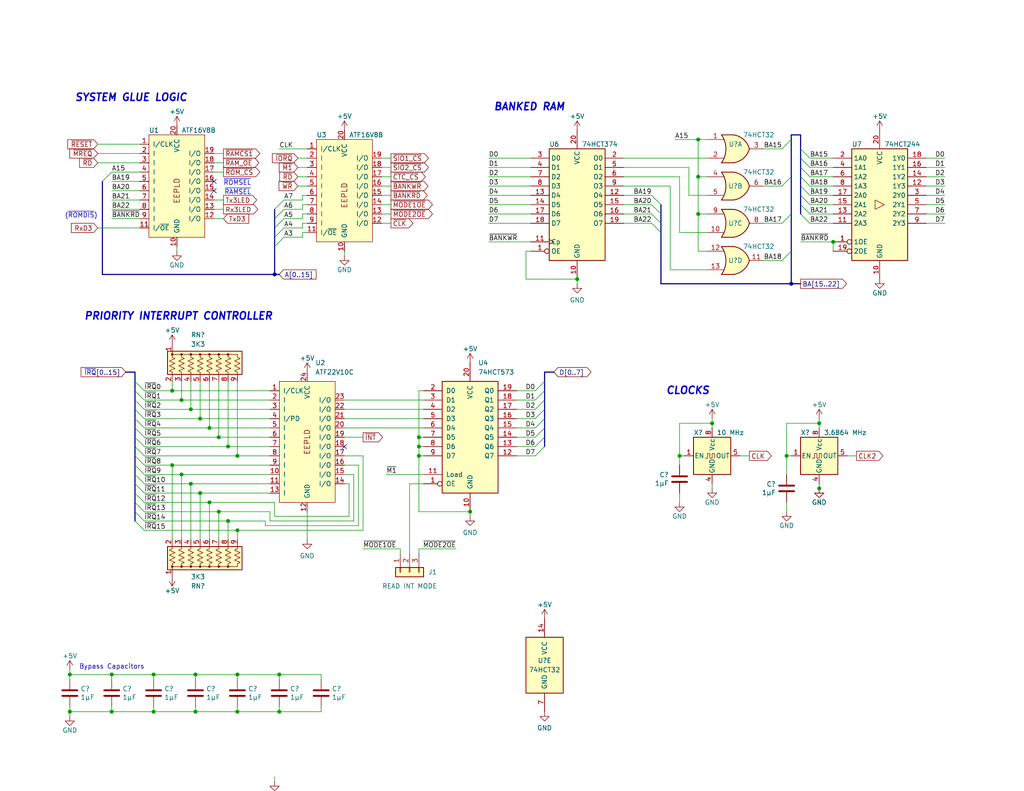
<source format=kicad_sch>
(kicad_sch (version 20230121) (generator eeschema)
  (paper "USLetter")
  (title_block (date "2023-08-27") (rev "2") (company "Frédéric Segard") (comment 1 "@microhobbyist") (comment 4 "Thank you to John Winans for his inspiration, as well as Grant Searle and Sergey Kiselev"))
  (junction (at 41.91 184.15))
  (junction (at 52.07 132.08))
  (junction (at 30.48 194.31))
  (junction (at 57.15 116.84))
  (junction (at 41.91 194.31))
  (junction (at 46.99 127))
  (junction (at 54.61 114.3))
  (junction (at 214.63 124.46))
  (junction (at 190.5 48.26))
  (junction (at 57.15 137.16))
  (junction (at 64.77 124.46))
  (junction (at 185.42 124.46))
  (junction (at 157.48 76.2))
  (junction (at 114.3 119.38))
  (junction (at 64.77 184.15))
  (junction (at 114.3 121.92))
  (junction (at 30.48 184.15))
  (junction (at 46.99 106.68))
  (junction (at 128.27 139.7))
  (junction (at 19.05 194.31))
  (junction (at 52.07 111.76))
  (junction (at 194.31 115.57))
  (junction (at 76.2 194.31))
  (junction (at 190.5 58.42))
  (junction (at 53.34 194.31))
  (junction (at 64.77 144.78))
  (junction (at 53.34 184.15))
  (junction (at 64.77 194.31))
  (junction (at 49.53 129.54))
  (junction (at 59.69 119.38))
  (junction (at 74.93 74.93))
  (junction (at 62.23 121.92))
  (junction (at 223.52 115.57))
  (junction (at 223.52 133.35))
  (junction (at 59.69 139.7))
  (junction (at 215.9 77.47))
  (junction (at 114.3 124.46))
  (junction (at 227.33 66.04))
  (junction (at 19.05 184.15))
  (junction (at 54.61 134.62))
  (junction (at 49.53 109.22))
  (junction (at 76.2 184.15))
  (junction (at 190.5 38.1))
  (junction (at 62.23 142.24))
  (no_connect (at 93.98 121.92))
  (no_connect (at 58.42 52.07))
  (no_connect (at 58.42 49.53))
  (bus_entry (at 177.8 58.42) (size 2.54 2.54))
  (bus_entry (at 146.05 106.68) (size 2.54 -2.54))
  (bus_entry (at 36.83 129.54) (size 2.54 2.54))
  (bus_entry (at 146.05 109.22) (size 2.54 -2.54))
  (bus_entry (at 146.05 121.92) (size 2.54 -2.54))
  (bus_entry (at 177.8 60.96) (size 2.54 2.54))
  (bus_entry (at 218.44 58.42) (size 2.54 2.54))
  (bus_entry (at 74.93 62.23) (size 2.54 -2.54))
  (bus_entry (at 146.05 124.46) (size 2.54 -2.54))
  (bus_entry (at 36.83 119.38) (size 2.54 2.54))
  (bus_entry (at 218.44 43.18) (size 2.54 2.54))
  (bus_entry (at 36.83 106.68) (size 2.54 2.54))
  (bus_entry (at 36.83 124.46) (size 2.54 2.54))
  (bus_entry (at 146.05 111.76) (size 2.54 -2.54))
  (bus_entry (at 36.83 121.92) (size 2.54 2.54))
  (bus_entry (at 36.83 139.7) (size 2.54 2.54))
  (bus_entry (at 218.44 55.88) (size 2.54 2.54))
  (bus_entry (at 213.36 71.12) (size 2.54 -2.54))
  (bus_entry (at 218.44 50.8) (size 2.54 2.54))
  (bus_entry (at 36.83 109.22) (size 2.54 2.54))
  (bus_entry (at 36.83 137.16) (size 2.54 2.54))
  (bus_entry (at 218.44 45.72) (size 2.54 2.54))
  (bus_entry (at 36.83 132.08) (size 2.54 2.54))
  (bus_entry (at 74.93 59.69) (size 2.54 -2.54))
  (bus_entry (at 27.94 49.53) (size 2.54 -2.54))
  (bus_entry (at 218.44 48.26) (size 2.54 2.54))
  (bus_entry (at 36.83 127) (size 2.54 2.54))
  (bus_entry (at 213.36 60.96) (size 2.54 -2.54))
  (bus_entry (at 218.44 40.64) (size 2.54 2.54))
  (bus_entry (at 146.05 119.38) (size 2.54 -2.54))
  (bus_entry (at 213.36 50.8) (size 2.54 -2.54))
  (bus_entry (at 213.36 40.64) (size 2.54 -2.54))
  (bus_entry (at 74.93 67.31) (size 2.54 -2.54))
  (bus_entry (at 36.83 104.14) (size 2.54 2.54))
  (bus_entry (at 36.83 142.24) (size 2.54 2.54))
  (bus_entry (at 74.93 57.15) (size 2.54 -2.54))
  (bus_entry (at 177.8 53.34) (size 2.54 2.54))
  (bus_entry (at 36.83 114.3) (size 2.54 2.54))
  (bus_entry (at 146.05 116.84) (size 2.54 -2.54))
  (bus_entry (at 146.05 114.3) (size 2.54 -2.54))
  (bus_entry (at 36.83 111.76) (size 2.54 2.54))
  (bus_entry (at 177.8 55.88) (size 2.54 2.54))
  (bus_entry (at 218.44 53.34) (size 2.54 2.54))
  (bus_entry (at 74.93 64.77) (size 2.54 -2.54))
  (bus_entry (at 36.83 116.84) (size 2.54 2.54))
  (bus_entry (at 36.83 134.62) (size 2.54 2.54))
  (wire (pts (xy 64.77 184.15) (xy 76.2 184.15)))
  (wire (pts (xy 223.52 114.3) (xy 223.52 115.57)))
  (wire (pts (xy 41.91 184.15) (xy 30.48 184.15)))
  (wire (pts (xy 81.28 50.8) (xy 83.82 50.8)))
  (bus (pts (xy 36.83 137.16) (xy 36.83 139.7)))
  (wire (pts (xy 52.07 104.14) (xy 52.07 111.76)))
  (wire (pts (xy 114.3 121.92) (xy 115.57 121.92)))
  (wire (pts (xy 133.35 66.04) (xy 144.78 66.04)))
  (wire (pts (xy 87.63 185.42) (xy 87.63 184.15)))
  (wire (pts (xy 30.48 52.07) (xy 38.1 52.07)))
  (wire (pts (xy 39.37 142.24) (xy 62.23 142.24)))
  (bus (pts (xy 36.83 134.62) (xy 36.83 137.16)))
  (wire (pts (xy 182.88 73.66) (xy 182.88 50.8)))
  (wire (pts (xy 53.34 193.04) (xy 53.34 194.31)))
  (wire (pts (xy 76.2 184.15) (xy 87.63 184.15)))
  (wire (pts (xy 83.82 139.7) (xy 83.82 147.32)))
  (wire (pts (xy 59.69 139.7) (xy 59.69 147.32)))
  (wire (pts (xy 257.81 45.72) (xy 252.73 45.72)))
  (bus (pts (xy 218.44 45.72) (xy 218.44 43.18)))
  (wire (pts (xy 109.22 149.86) (xy 99.06 149.86)))
  (wire (pts (xy 46.99 147.32) (xy 46.99 127)))
  (wire (pts (xy 39.37 139.7) (xy 59.69 139.7)))
  (wire (pts (xy 26.67 39.37) (xy 38.1 39.37)))
  (wire (pts (xy 82.55 60.96) (xy 82.55 62.23)))
  (wire (pts (xy 194.31 133.35) (xy 194.31 132.08)))
  (wire (pts (xy 48.26 68.58) (xy 48.26 67.31)))
  (wire (pts (xy 39.37 127) (xy 46.99 127)))
  (wire (pts (xy 76.2 193.04) (xy 76.2 194.31)))
  (wire (pts (xy 93.98 114.3) (xy 115.57 114.3)))
  (wire (pts (xy 96.52 129.54) (xy 93.98 129.54)))
  (bus (pts (xy 180.34 55.88) (xy 180.34 58.42)))
  (wire (pts (xy 30.48 194.31) (xy 41.91 194.31)))
  (wire (pts (xy 133.35 60.96) (xy 144.78 60.96)))
  (bus (pts (xy 74.93 67.31) (xy 74.93 74.93)))
  (wire (pts (xy 170.18 45.72) (xy 187.96 45.72)))
  (wire (pts (xy 194.31 115.57) (xy 185.42 115.57)))
  (bus (pts (xy 74.93 62.23) (xy 74.93 64.77)))
  (bus (pts (xy 218.44 48.26) (xy 218.44 45.72)))
  (wire (pts (xy 220.98 53.34) (xy 227.33 53.34)))
  (wire (pts (xy 218.44 66.04) (xy 227.33 66.04)))
  (wire (pts (xy 190.5 48.26) (xy 190.5 38.1)))
  (wire (pts (xy 208.28 40.64) (xy 213.36 40.64)))
  (wire (pts (xy 220.98 43.18) (xy 227.33 43.18)))
  (bus (pts (xy 218.44 36.83) (xy 215.9 36.83)))
  (wire (pts (xy 115.57 106.68) (xy 114.3 106.68)))
  (wire (pts (xy 53.34 184.15) (xy 64.77 184.15)))
  (wire (pts (xy 72.39 142.24) (xy 72.39 143.51)))
  (bus (pts (xy 36.83 121.92) (xy 36.83 124.46)))
  (wire (pts (xy 93.98 119.38) (xy 99.06 119.38)))
  (bus (pts (xy 148.59 116.84) (xy 148.59 114.3)))
  (wire (pts (xy 53.34 194.31) (xy 64.77 194.31)))
  (bus (pts (xy 148.59 114.3) (xy 148.59 111.76)))
  (wire (pts (xy 223.52 133.35) (xy 223.52 132.08)))
  (wire (pts (xy 128.27 139.7) (xy 128.27 140.97)))
  (wire (pts (xy 62.23 142.24) (xy 62.23 147.32)))
  (wire (pts (xy 109.22 151.13) (xy 109.22 149.86)))
  (wire (pts (xy 26.67 41.91) (xy 38.1 41.91)))
  (bus (pts (xy 148.59 121.92) (xy 148.59 119.38)))
  (wire (pts (xy 82.55 55.88) (xy 83.82 55.88)))
  (wire (pts (xy 190.5 48.26) (xy 193.04 48.26)))
  (wire (pts (xy 19.05 194.31) (xy 30.48 194.31)))
  (wire (pts (xy 111.76 132.08) (xy 111.76 151.13)))
  (wire (pts (xy 49.53 109.22) (xy 73.66 109.22)))
  (wire (pts (xy 49.53 129.54) (xy 73.66 129.54)))
  (wire (pts (xy 185.42 48.26) (xy 185.42 63.5)))
  (wire (pts (xy 39.37 114.3) (xy 54.61 114.3)))
  (wire (pts (xy 26.67 44.45) (xy 38.1 44.45)))
  (bus (pts (xy 180.34 63.5) (xy 180.34 77.47)))
  (wire (pts (xy 82.55 63.5) (xy 83.82 63.5)))
  (wire (pts (xy 87.63 193.04) (xy 87.63 194.31)))
  (wire (pts (xy 39.37 137.16) (xy 57.15 137.16)))
  (wire (pts (xy 38.1 59.69) (xy 30.48 59.69)))
  (wire (pts (xy 114.3 124.46) (xy 114.3 139.7)))
  (wire (pts (xy 143.51 68.58) (xy 143.51 76.2)))
  (wire (pts (xy 52.07 132.08) (xy 52.07 147.32)))
  (wire (pts (xy 59.69 139.7) (xy 73.66 139.7)))
  (wire (pts (xy 157.48 76.2) (xy 157.48 77.47)))
  (bus (pts (xy 36.83 129.54) (xy 36.83 132.08)))
  (bus (pts (xy 148.59 109.22) (xy 148.59 106.68)))
  (wire (pts (xy 30.48 54.61) (xy 38.1 54.61)))
  (bus (pts (xy 218.44 40.64) (xy 218.44 36.83)))
  (wire (pts (xy 81.28 48.26) (xy 83.82 48.26)))
  (wire (pts (xy 257.81 60.96) (xy 252.73 60.96)))
  (wire (pts (xy 19.05 182.88) (xy 19.05 184.15)))
  (wire (pts (xy 182.88 50.8) (xy 170.18 50.8)))
  (wire (pts (xy 93.98 109.22) (xy 115.57 109.22)))
  (bus (pts (xy 36.83 109.22) (xy 36.83 106.68)))
  (wire (pts (xy 96.52 142.24) (xy 96.52 129.54)))
  (wire (pts (xy 114.3 106.68) (xy 114.3 119.38)))
  (bus (pts (xy 36.83 116.84) (xy 36.83 114.3)))
  (wire (pts (xy 64.77 144.78) (xy 99.06 144.78)))
  (wire (pts (xy 106.68 48.26) (xy 104.14 48.26)))
  (bus (pts (xy 215.9 38.1) (xy 215.9 48.26)))
  (wire (pts (xy 97.79 127) (xy 93.98 127)))
  (wire (pts (xy 133.35 43.18) (xy 144.78 43.18)))
  (wire (pts (xy 39.37 121.92) (xy 62.23 121.92)))
  (wire (pts (xy 170.18 48.26) (xy 185.42 48.26)))
  (bus (pts (xy 180.34 77.47) (xy 215.9 77.47)))
  (wire (pts (xy 190.5 38.1) (xy 193.04 38.1)))
  (wire (pts (xy 39.37 109.22) (xy 49.53 109.22)))
  (wire (pts (xy 185.42 124.46) (xy 185.42 127)))
  (wire (pts (xy 214.63 115.57) (xy 214.63 124.46)))
  (wire (pts (xy 193.04 68.58) (xy 190.5 68.58)))
  (wire (pts (xy 257.81 43.18) (xy 252.73 43.18)))
  (wire (pts (xy 170.18 53.34) (xy 177.8 53.34)))
  (bus (pts (xy 218.44 50.8) (xy 218.44 48.26)))
  (wire (pts (xy 77.47 64.77) (xy 82.55 64.77)))
  (wire (pts (xy 185.42 115.57) (xy 185.42 124.46)))
  (wire (pts (xy 39.37 134.62) (xy 54.61 134.62)))
  (wire (pts (xy 81.28 45.72) (xy 83.82 45.72)))
  (wire (pts (xy 19.05 193.04) (xy 19.05 194.31)))
  (wire (pts (xy 58.42 54.61) (xy 60.96 54.61)))
  (wire (pts (xy 59.69 104.14) (xy 59.69 119.38)))
  (wire (pts (xy 76.2 194.31) (xy 87.63 194.31)))
  (wire (pts (xy 64.77 104.14) (xy 64.77 124.46)))
  (wire (pts (xy 104.14 53.34) (xy 106.68 53.34)))
  (bus (pts (xy 74.93 57.15) (xy 74.93 59.69)))
  (wire (pts (xy 39.37 144.78) (xy 64.77 144.78)))
  (wire (pts (xy 99.06 124.46) (xy 93.98 124.46)))
  (wire (pts (xy 144.78 68.58) (xy 143.51 68.58)))
  (wire (pts (xy 140.97 121.92) (xy 146.05 121.92)))
  (bus (pts (xy 148.59 106.68) (xy 148.59 104.14)))
  (wire (pts (xy 220.98 60.96) (xy 227.33 60.96)))
  (bus (pts (xy 36.83 132.08) (xy 36.83 134.62)))
  (wire (pts (xy 30.48 184.15) (xy 19.05 184.15)))
  (bus (pts (xy 180.34 58.42) (xy 180.34 60.96)))
  (bus (pts (xy 36.83 111.76) (xy 36.83 109.22)))
  (wire (pts (xy 104.14 58.42) (xy 106.68 58.42)))
  (wire (pts (xy 214.63 139.7) (xy 214.63 137.16)))
  (bus (pts (xy 36.83 124.46) (xy 36.83 127)))
  (wire (pts (xy 58.42 57.15) (xy 60.96 57.15)))
  (wire (pts (xy 26.67 62.23) (xy 38.1 62.23)))
  (wire (pts (xy 114.3 119.38) (xy 114.3 121.92)))
  (bus (pts (xy 36.83 106.68) (xy 36.83 104.14)))
  (bus (pts (xy 148.59 111.76) (xy 148.59 109.22)))
  (bus (pts (xy 180.34 60.96) (xy 180.34 63.5)))
  (wire (pts (xy 93.98 111.76) (xy 115.57 111.76)))
  (wire (pts (xy 77.47 62.23) (xy 82.55 62.23)))
  (wire (pts (xy 64.77 144.78) (xy 64.77 147.32)))
  (bus (pts (xy 218.44 55.88) (xy 218.44 53.34)))
  (wire (pts (xy 30.48 185.42) (xy 30.48 184.15)))
  (wire (pts (xy 53.34 185.42) (xy 53.34 184.15)))
  (wire (pts (xy 140.97 116.84) (xy 146.05 116.84)))
  (wire (pts (xy 185.42 124.46) (xy 186.69 124.46)))
  (bus (pts (xy 215.9 68.58) (xy 215.9 58.42)))
  (bus (pts (xy 215.9 77.47) (xy 215.9 68.58)))
  (wire (pts (xy 208.28 50.8) (xy 213.36 50.8)))
  (wire (pts (xy 220.98 55.88) (xy 227.33 55.88)))
  (wire (pts (xy 49.53 104.14) (xy 49.53 109.22)))
  (wire (pts (xy 82.55 55.88) (xy 82.55 57.15)))
  (wire (pts (xy 106.68 50.8) (xy 104.14 50.8)))
  (bus (pts (xy 148.59 104.14) (xy 148.59 101.6)))
  (wire (pts (xy 133.35 48.26) (xy 144.78 48.26)))
  (wire (pts (xy 81.28 43.18) (xy 83.82 43.18)))
  (wire (pts (xy 220.98 50.8) (xy 227.33 50.8)))
  (wire (pts (xy 39.37 129.54) (xy 49.53 129.54)))
  (wire (pts (xy 114.3 139.7) (xy 128.27 139.7)))
  (wire (pts (xy 170.18 60.96) (xy 177.8 60.96)))
  (wire (pts (xy 106.68 43.18) (xy 104.14 43.18)))
  (wire (pts (xy 54.61 134.62) (xy 54.61 147.32)))
  (wire (pts (xy 257.81 55.88) (xy 252.73 55.88)))
  (bus (pts (xy 34.29 101.6) (xy 36.83 101.6)))
  (wire (pts (xy 19.05 184.15) (xy 19.05 185.42)))
  (wire (pts (xy 60.96 41.91) (xy 58.42 41.91)))
  (wire (pts (xy 223.52 115.57) (xy 214.63 115.57)))
  (wire (pts (xy 214.63 124.46) (xy 214.63 129.54)))
  (wire (pts (xy 93.98 69.85) (xy 93.98 68.58)))
  (wire (pts (xy 54.61 134.62) (xy 73.66 134.62)))
  (bus (pts (xy 148.59 101.6) (xy 151.13 101.6)))
  (bus (pts (xy 218.44 53.34) (xy 218.44 50.8)))
  (wire (pts (xy 184.15 38.1) (xy 190.5 38.1)))
  (wire (pts (xy 57.15 104.14) (xy 57.15 116.84)))
  (wire (pts (xy 72.39 143.51) (xy 97.79 143.51)))
  (bus (pts (xy 27.94 49.53) (xy 27.94 74.93)))
  (wire (pts (xy 30.48 193.04) (xy 30.48 194.31)))
  (wire (pts (xy 140.97 109.22) (xy 146.05 109.22)))
  (bus (pts (xy 215.9 77.47) (xy 218.44 77.47)))
  (wire (pts (xy 114.3 149.86) (xy 124.46 149.86)))
  (wire (pts (xy 95.25 140.97) (xy 95.25 132.08)))
  (wire (pts (xy 93.98 116.84) (xy 115.57 116.84)))
  (wire (pts (xy 257.81 58.42) (xy 252.73 58.42)))
  (wire (pts (xy 74.93 137.16) (xy 74.93 140.97)))
  (wire (pts (xy 97.79 143.51) (xy 97.79 127)))
  (wire (pts (xy 54.61 104.14) (xy 54.61 114.3)))
  (wire (pts (xy 190.5 58.42) (xy 190.5 48.26)))
  (wire (pts (xy 114.3 151.13) (xy 114.3 149.86)))
  (wire (pts (xy 170.18 55.88) (xy 177.8 55.88)))
  (wire (pts (xy 114.3 121.92) (xy 114.3 124.46)))
  (wire (pts (xy 54.61 114.3) (xy 73.66 114.3)))
  (wire (pts (xy 73.66 142.24) (xy 96.52 142.24)))
  (bus (pts (xy 74.93 59.69) (xy 74.93 62.23)))
  (bus (pts (xy 36.83 104.14) (xy 36.83 101.6)))
  (wire (pts (xy 187.96 53.34) (xy 193.04 53.34)))
  (wire (pts (xy 41.91 194.31) (xy 53.34 194.31)))
  (wire (pts (xy 39.37 119.38) (xy 59.69 119.38)))
  (wire (pts (xy 64.77 193.04) (xy 64.77 194.31)))
  (wire (pts (xy 105.41 129.54) (xy 115.57 129.54)))
  (wire (pts (xy 114.3 119.38) (xy 115.57 119.38)))
  (wire (pts (xy 194.31 114.3) (xy 194.31 115.57)))
  (wire (pts (xy 227.33 68.58) (xy 227.33 66.04)))
  (wire (pts (xy 49.53 129.54) (xy 49.53 147.32)))
  (wire (pts (xy 77.47 57.15) (xy 82.55 57.15)))
  (wire (pts (xy 30.48 46.99) (xy 38.1 46.99)))
  (bus (pts (xy 215.9 58.42) (xy 215.9 48.26)))
  (wire (pts (xy 62.23 142.24) (xy 72.39 142.24)))
  (wire (pts (xy 220.98 48.26) (xy 227.33 48.26)))
  (wire (pts (xy 190.5 58.42) (xy 193.04 58.42)))
  (wire (pts (xy 64.77 185.42) (xy 64.77 184.15)))
  (wire (pts (xy 39.37 106.68) (xy 46.99 106.68)))
  (wire (pts (xy 41.91 185.42) (xy 41.91 184.15)))
  (wire (pts (xy 19.05 194.31) (xy 19.05 195.58)))
  (wire (pts (xy 52.07 132.08) (xy 73.66 132.08)))
  (wire (pts (xy 82.55 53.34) (xy 82.55 54.61)))
  (wire (pts (xy 257.81 50.8) (xy 252.73 50.8)))
  (bus (pts (xy 148.59 119.38) (xy 148.59 116.84)))
  (wire (pts (xy 52.07 111.76) (xy 73.66 111.76)))
  (bus (pts (xy 27.94 74.93) (xy 74.93 74.93)))
  (wire (pts (xy 231.14 124.46) (xy 233.68 124.46)))
  (wire (pts (xy 106.68 45.72) (xy 104.14 45.72)))
  (wire (pts (xy 64.77 194.31) (xy 76.2 194.31)))
  (wire (pts (xy 185.42 137.16) (xy 185.42 134.62)))
  (wire (pts (xy 252.73 53.34) (xy 257.81 53.34)))
  (wire (pts (xy 208.28 60.96) (xy 213.36 60.96)))
  (wire (pts (xy 60.96 46.99) (xy 58.42 46.99)))
  (wire (pts (xy 111.76 132.08) (xy 115.57 132.08)))
  (wire (pts (xy 193.04 73.66) (xy 182.88 73.66)))
  (wire (pts (xy 41.91 184.15) (xy 53.34 184.15)))
  (wire (pts (xy 57.15 137.16) (xy 74.93 137.16)))
  (wire (pts (xy 41.91 193.04) (xy 41.91 194.31)))
  (wire (pts (xy 39.37 116.84) (xy 57.15 116.84)))
  (wire (pts (xy 60.96 59.69) (xy 58.42 59.69)))
  (bus (pts (xy 36.83 121.92) (xy 36.83 119.38)))
  (wire (pts (xy 223.52 115.57) (xy 223.52 116.84)))
  (wire (pts (xy 82.55 58.42) (xy 82.55 59.69)))
  (wire (pts (xy 194.31 115.57) (xy 194.31 116.84)))
  (wire (pts (xy 39.37 124.46) (xy 64.77 124.46)))
  (wire (pts (xy 99.06 144.78) (xy 99.06 124.46)))
  (wire (pts (xy 74.93 140.97) (xy 95.25 140.97)))
  (wire (pts (xy 185.42 63.5) (xy 193.04 63.5)))
  (bus (pts (xy 36.83 139.7) (xy 36.83 142.24)))
  (wire (pts (xy 74.93 213.36) (xy 74.93 212.09)))
  (bus (pts (xy 36.83 127) (xy 36.83 129.54)))
  (wire (pts (xy 64.77 124.46) (xy 73.66 124.46)))
  (wire (pts (xy 59.69 119.38) (xy 73.66 119.38)))
  (wire (pts (xy 140.97 106.68) (xy 146.05 106.68)))
  (wire (pts (xy 214.63 124.46) (xy 215.9 124.46)))
  (wire (pts (xy 170.18 58.42) (xy 177.8 58.42)))
  (wire (pts (xy 62.23 104.14) (xy 62.23 121.92)))
  (wire (pts (xy 82.55 53.34) (xy 83.82 53.34)))
  (bus (pts (xy 36.83 114.3) (xy 36.83 111.76)))
  (wire (pts (xy 62.23 121.92) (xy 73.66 121.92)))
  (wire (pts (xy 95.25 132.08) (xy 93.98 132.08)))
  (wire (pts (xy 76.2 40.64) (xy 83.82 40.64)))
  (wire (pts (xy 133.35 58.42) (xy 144.78 58.42)))
  (wire (pts (xy 57.15 137.16) (xy 57.15 147.32)))
  (wire (pts (xy 46.99 106.68) (xy 73.66 106.68)))
  (bus (pts (xy 74.93 64.77) (xy 74.93 67.31)))
  (wire (pts (xy 140.97 119.38) (xy 146.05 119.38)))
  (wire (pts (xy 144.78 53.34) (xy 133.35 53.34)))
  (wire (pts (xy 114.3 124.46) (xy 115.57 124.46)))
  (bus (pts (xy 74.93 74.93) (xy 76.2 74.93)))
  (wire (pts (xy 104.14 55.88) (xy 106.68 55.88)))
  (wire (pts (xy 220.98 45.72) (xy 227.33 45.72)))
  (wire (pts (xy 82.55 58.42) (xy 83.82 58.42)))
  (wire (pts (xy 133.35 55.88) (xy 144.78 55.88)))
  (wire (pts (xy 140.97 111.76) (xy 146.05 111.76)))
  (wire (pts (xy 143.51 76.2) (xy 157.48 76.2)))
  (wire (pts (xy 60.96 44.45) (xy 58.42 44.45)))
  (wire (pts (xy 82.55 63.5) (xy 82.55 64.77)))
  (bus (pts (xy 36.83 119.38) (xy 36.83 116.84)))
  (wire (pts (xy 46.99 104.14) (xy 46.99 106.68)))
  (wire (pts (xy 140.97 124.46) (xy 146.05 124.46)))
  (wire (pts (xy 201.93 124.46) (xy 204.47 124.46)))
  (wire (pts (xy 140.97 114.3) (xy 146.05 114.3)))
  (wire (pts (xy 39.37 111.76) (xy 52.07 111.76)))
  (wire (pts (xy 46.99 127) (xy 73.66 127)))
  (wire (pts (xy 82.55 60.96) (xy 83.82 60.96)))
  (wire (pts (xy 104.14 60.96) (xy 106.68 60.96)))
  (wire (pts (xy 133.35 45.72) (xy 144.78 45.72)))
  (wire (pts (xy 257.81 48.26) (xy 252.73 48.26)))
  (wire (pts (xy 39.37 132.08) (xy 52.07 132.08)))
  (wire (pts (xy 57.15 116.84) (xy 73.66 116.84)))
  (wire (pts (xy 77.47 54.61) (xy 82.55 54.61)))
  (bus (pts (xy 215.9 36.83) (xy 215.9 38.1)))
  (wire (pts (xy 208.28 71.12) (xy 213.36 71.12)))
  (wire (pts (xy 30.48 49.53) (xy 38.1 49.53)))
  (wire (pts (xy 77.47 59.69) (xy 82.55 59.69)))
  (wire (pts (xy 73.66 139.7) (xy 73.66 142.24)))
  (bus (pts (xy 218.44 58.42) (xy 218.44 55.88)))
  (wire (pts (xy 133.35 50.8) (xy 144.78 50.8)))
  (bus (pts (xy 218.44 43.18) (xy 218.44 40.64)))
  (wire (pts (xy 76.2 185.42) (xy 76.2 184.15)))
  (wire (pts (xy 30.48 57.15) (xy 38.1 57.15)))
  (wire (pts (xy 187.96 45.72) (xy 187.96 53.34)))
  (wire (pts (xy 220.98 58.42) (xy 227.33 58.42)))
  (wire (pts (xy 190.5 68.58) (xy 190.5 58.42)))
  (wire (pts (xy 170.18 43.18) (xy 193.04 43.18)))
  (text "Bypass Capacitors" (at 21.59 182.88 0) (effects (font (size 1.27 1.27)) (justify left bottom)))
  (text "(~{ROMDIS})" (at 26.67 59.69 0) (effects (font (size 1.27 1.27)) (justify right bottom)))
  (text "BANKED RAM" (at 134.62 30.48 0) (effects (font (size 2 2) (thickness 0.4) bold italic) (justify left bottom)))
  (text "~{RAMSEL}" (at 68.58 53.34 0) (effects (font (size 1.27 1.27)) (justify right bottom)))
  (text "PRIORITY INTERRUPT CONTROLLER" (at 22.86 87.63 0) (effects (font (size 2 2) (thickness 0.4) bold italic) (justify left bottom)))
  (text "CLOCKS" (at 181.61 107.95 0) (effects (font (size 2 2) (thickness 0.4) bold italic) (justify left bottom)))
  (text "SYSTEM GLUE LOGIC" (at 20.32 27.94 0) (effects (font (size 2 2) (thickness 0.4) bold italic) (justify left bottom)))
  (text "~{ROMSEL}" (at 68.58 50.8 0) (effects (font (size 1.27 1.27)) (justify right bottom)))
  (label "D6" (at 257.81 58.42 180))
  (label "BA19" (at 177.8 53.34 180))
  (label "BA18" (at 213.36 71.12 180))
  (label "A4" (at 77.47 62.23 0))
  (label "~{IRQ}12" (at 39.37 137.16 0))
  (label "~{IRQ}2" (at 39.37 111.76 0))
  (label "BA19" (at 30.48 49.53 0))
  (label "BA16" (at 213.36 50.8 180))
  (label "D3" (at 257.81 50.8 180))
  (label "~{BANKRD}" (at 218.44 66.04 0))
  (label "~{BANKRD}" (at 30.48 59.69 0))
  (label "A15" (at 30.48 46.99 0))
  (label "D4" (at 257.81 53.34 180))
  (label "A7" (at 77.47 54.61 0))
  (label "BA22" (at 220.98 60.96 0))
  (label "~{MODE2OE}" (at 124.46 149.86 180))
  (label "D1" (at 146.05 109.22 180))
  (label "A6" (at 77.47 57.15 0))
  (label "~{IRQ}8" (at 39.37 127 0))
  (label "BA21" (at 220.98 58.42 0))
  (label "BA20" (at 177.8 55.88 180))
  (label "BA20" (at 220.98 55.88 0))
  (label "BA22" (at 30.48 57.15 0))
  (label "D0" (at 133.35 43.18 0))
  (label "D1" (at 133.35 45.72 0))
  (label "D6" (at 133.35 58.42 0))
  (label "D0" (at 146.05 106.68 180))
  (label "BA17" (at 220.98 48.26 0))
  (label "D2" (at 133.35 48.26 0))
  (label "BA21" (at 30.48 54.61 0))
  (label "D3" (at 146.05 114.3 180))
  (label "~{MODE1OE}" (at 99.06 149.86 0))
  (label "BA21" (at 177.8 58.42 180))
  (label "D5" (at 146.05 119.38 180))
  (label "~{IRQ}4" (at 39.37 116.84 0))
  (label "D5" (at 257.81 55.88 180))
  (label "~{IRQ}11" (at 39.37 134.62 0))
  (label "~{IRQ}7" (at 39.37 124.46 0))
  (label "D7" (at 146.05 124.46 180))
  (label "A15" (at 184.15 38.1 0))
  (label "D2" (at 146.05 111.76 180))
  (label "D4" (at 146.05 116.84 180))
  (label "CLK" (at 76.2 40.64 0))
  (label "D4" (at 133.35 53.34 0))
  (label "D3" (at 133.35 50.8 0))
  (label "~{M1}" (at 105.41 129.54 0))
  (label "D5" (at 133.35 55.88 0))
  (label "BA22" (at 177.8 60.96 180))
  (label "BA15" (at 213.36 40.64 180))
  (label "BA19" (at 220.98 53.34 0))
  (label "BA17" (at 213.36 60.96 180))
  (label "D7" (at 257.81 60.96 180))
  (label "~{BANKWR}" (at 133.35 66.04 0))
  (label "A3" (at 77.47 64.77 0))
  (label "BA16" (at 220.98 45.72 0))
  (label "~{IRQ}15" (at 39.37 144.78 0))
  (label "~{IRQ}14" (at 39.37 142.24 0))
  (label "A5" (at 77.47 59.69 0))
  (label "~{IRQ}1" (at 39.37 109.22 0))
  (label "~{IRQ}3" (at 39.37 114.3 0))
  (label "~{IRQ}0" (at 39.37 106.68 0))
  (label "~{IRQ}13" (at 39.37 139.7 0))
  (label "~{IRQ}10" (at 39.37 132.08 0))
  (label "D1" (at 257.81 45.72 180))
  (label "D2" (at 257.81 48.26 180))
  (label "D7" (at 133.35 60.96 0))
  (label "~{IRQ}6" (at 39.37 121.92 0))
  (label "BA18" (at 220.98 50.8 0))
  (label "~{IRQ}9" (at 39.37 129.54 0))
  (label "D6" (at 146.05 121.92 180))
  (label "D0" (at 257.81 43.18 180))
  (label "~{IRQ}5" (at 39.37 119.38 0))
  (label "BA15" (at 220.98 43.18 0))
  (label "BA20" (at 30.48 52.07 0))
  (global_label "~{MREQ}" (shape input) (at 26.67 41.91 180) (property "Intersheetrefs" "${INTERSHEET_REFS}" (effects hide)))
  (global_label "~{RD}" (shape input) (at 26.67 44.45 180) (property "Intersheetrefs" "${INTERSHEET_REFS}" (effects hide)))
  (global_label "~{WR}" (shape input) (at 81.28 50.8 180) (property "Intersheetrefs" "${INTERSHEET_REFS}" (effects hide)))
  (global_label "~{RAMCS1}" (shape output) (at 60.96 41.91 0) (property "Intersheetrefs" "${INTERSHEET_REFS}" (effects hide)))
  (global_label "~{MODE1OE}" (shape output) (at 106.68 55.88 0) (property "Intersheetrefs" "${INTERSHEET_REFS}" (effects hide)))
  (global_label "Tx3LED" (shape output) (at 60.96 54.61 0) (property "Intersheetrefs" "${INTERSHEET_REFS}" (effects hide)))
  (global_label "~{SIO1_CS}" (shape output) (at 106.68 43.18 0) (property "Intersheetrefs" "${INTERSHEET_REFS}" (effects hide)))
  (global_label "CLK2" (shape output) (at 233.68 124.46 0) (property "Intersheetrefs" "${INTERSHEET_REFS}" (effects hide)))
  (global_label "~{IORQ}" (shape input) (at 81.28 43.18 180) (property "Intersheetrefs" "${INTERSHEET_REFS}" (effects hide)))
  (global_label "~{RAM_OE}" (shape output) (at 60.96 44.45 0) (property "Intersheetrefs" "${INTERSHEET_REFS}" (effects hide)))
  (global_label "A[0..15]" (shape input) (at 76.2 74.93 0) (property "Intersheetrefs" "${INTERSHEET_REFS}" (effects hide)))
  (global_label "~{ROM_CS}" (shape output) (at 60.96 46.99 0) (property "Intersheetrefs" "${INTERSHEET_REFS}" (effects hide)))
  (global_label "~{BANKWR}" (shape output) (at 106.68 50.8 0) (property "Intersheetrefs" "${INTERSHEET_REFS}" (effects hide)))
  (global_label "~{CLK}" (shape output) (at 106.68 60.96 0) (property "Intersheetrefs" "${INTERSHEET_REFS}" (effects hide)))
  (global_label "BA[15..22]" (shape output) (at 218.44 77.47 0) (property "Intersheetrefs" "${INTERSHEET_REFS}" (effects hide)))
  (global_label "TxD3" (shape input) (at 60.96 59.69 0) (property "Intersheetrefs" "${INTERSHEET_REFS}" (effects hide)))
  (global_label "CLK" (shape output) (at 204.47 124.46 0) (property "Intersheetrefs" "${INTERSHEET_REFS}" (effects hide)))
  (global_label "D[0..7]" (shape bidirectional) (at 151.13 101.6 0) (property "Intersheetrefs" "${INTERSHEET_REFS}" (effects hide)))
  (global_label "RxD3" (shape input) (at 26.67 62.23 180) (property "Intersheetrefs" "${INTERSHEET_REFS}" (effects hide)))
  (global_label "Rx3LED" (shape output) (at 60.96 57.15 0) (property "Intersheetrefs" "${INTERSHEET_REFS}" (effects hide)))
  (global_label "~{MODE2OE}" (shape output) (at 106.68 58.42 0) (property "Intersheetrefs" "${INTERSHEET_REFS}" (effects hide)))
  (global_label "~{INT}" (shape output) (at 99.06 119.38 0) (property "Intersheetrefs" "${INTERSHEET_REFS}" (effects hide)))
  (global_label "~{IRQ}[0..15]" (shape input) (at 34.29 101.6 180) (property "Intersheetrefs" "${INTERSHEET_REFS}" (effects hide)))
  (global_label "~{M1}" (shape input) (at 81.28 45.72 180) (property "Intersheetrefs" "${INTERSHEET_REFS}" (effects hide)))
  (global_label "~{RESET}" (shape input) (at 26.67 39.37 180) (property "Intersheetrefs" "${INTERSHEET_REFS}" (effects hide)))
  (global_label "~{CTC_CS}" (shape output) (at 106.68 48.26 0) (property "Intersheetrefs" "${INTERSHEET_REFS}" (effects hide)))
  (global_label "~{BANKRD}" (shape output) (at 106.68 53.34 0) (property "Intersheetrefs" "${INTERSHEET_REFS}" (effects hide)))
  (global_label "~{RD}" (shape input) (at 81.28 48.26 180) (property "Intersheetrefs" "${INTERSHEET_REFS}" (effects hide)))
  (global_label "~{SIO2_CS}" (shape output) (at 106.68 45.72 0) (property "Intersheetrefs" "${INTERSHEET_REFS}" (effects hide)))
  (symbol (lib_id "74xx:74LS32") (at 200.66 40.64 0) (unit 1)
    (property "Reference" "U?" (at 200.66 39.37 0))
    (property "Value" "74HCT32" (at 207.01 36.83 0))
    (property "Footprint" "Package_DIP:DIP-14_W7.62mm_Socket" (effects hide))
    (property "Datasheet" "http://www.ti.com/lit/gpn/sn74LS32" (effects hide))
    (instances (project "1 - Main CPU board with basic peripherals (rev5)" (path "" (reference "U?") (unit 1))) (project "2 - CPU and core components (Rev 2)" (path "" (reference "U?") (unit 1)) (path "" (reference "U5") (unit 1))))
  )
  (symbol (lib_id "74xx:74LS32") (at 148.59 181.61 0) (unit 5)
    (property "Reference" "U?" (at 148.59 180.34 0))
    (property "Value" "74HCT32" (at 148.59 182.88 0))
    (property "Footprint" "Package_DIP:DIP-14_W7.62mm_Socket" (effects hide))
    (property "Datasheet" "http://www.ti.com/lit/gpn/sn74LS32" (effects hide))
    (instances (project "1 - Main CPU board with basic peripherals (rev5)" (path "" (reference "U?") (unit 5)) (path "" (reference "U?") (unit 5))) (project "2 - CPU and core components (Rev 2)" (path "" (reference "U?") (unit 5)) (path "" (reference "U5") (unit 5))))
  )
  (symbol (lib_id "74xx:74LS32") (at 200.66 60.96 0) (unit 3)
    (property "Reference" "U?" (at 200.66 60.96 0))
    (property "Value" "74HCT32" (at 207.01 57.15 0))
    (property "Footprint" "Package_DIP:DIP-14_W7.62mm_Socket" (effects hide))
    (property "Datasheet" "http://www.ti.com/lit/gpn/sn74LS32" (effects hide))
    (instances (project "1 - Main CPU board with basic peripherals (rev5)" (path "" (reference "U?") (unit 3))) (project "2 - CPU and core components (Rev 2)" (path "" (reference "U?") (unit 3)) (path "" (reference "U5") (unit 3))))
  )
  (symbol (lib_name "+5V_1") (lib_id "power:+5V") (at 128.27 99.06 0) (unit 1)
    (property "Reference" "#PWR?" (effects hide))
    (property "Value" "+5V" (at 128.27 95.25 0))
    (instances (project "1 - Main CPU board with basic peripherals (rev5)" (path "" (reference "#PWR?") (unit 1)) (path "" (reference "#PWR?") (unit 1))) (project "2 - CPU and core components (Rev 2)" (path "" (reference "#PWR?") (unit 1)) (path "" (reference "#PWR012") (unit 1))))
  )
  (symbol (lib_name "+5V_1") (lib_id "power:+5V") (at 19.05 182.88 0) (unit 1)
    (property "Reference" "#PWR?" (effects hide))
    (property "Value" "+5V" (at 19.05 179.07 0))
    (instances (project "1 - Main CPU board with basic peripherals (rev5)" (path "" (reference "#PWR?") (unit 1)) (path "" (reference "#PWR?") (unit 1))) (project "2 - CPU and memory card with the essential peripherals" (path "" (reference "#PWR?") (unit 1))) (project "3 - Quad Serial card v3" (path "" (reference "#PWR?") (unit 1)) (path "" (reference "#PWR?") (unit 1))) (project "2 - CPU and core components (Rev 2)" (path "" (reference "#PWR?") (unit 1)) (path "" (reference "#PWR01") (unit 1))))
  )
  (symbol (lib_name "GND_2") (lib_id "power:GND") (at 194.31 133.35 0) (unit 1)
    (property "Reference" "#PWR?" (effects hide))
    (property "Value" "GND" (at 194.31 137.16 0))
    (instances (project "1 - Main CPU board with basic peripherals (rev5)" (path "" (reference "#PWR?") (unit 1))) (project "1 - ATX 16 bit ISA passive backplane" (path "" (reference "#PWR?") (unit 1))) (project "2 - CPU and core components (Rev 2)" (path "" (reference "#PWR?") (unit 1)) (path "" (reference "#PWR?") (unit 1)) (path "" (reference "#PWR020") (unit 1))))
  )
  (symbol (lib_id "Device:R_Network08_US") (at 57.15 152.4 0) (mirror x) (unit 1)
    (property "Reference" "RN?" (at 52.07 160.02 0) (effects (justify left)))
    (property "Value" "3K3" (at 52.07 157.48 0) (effects (justify left)))
    (property "Footprint" "Resistor_THT:R_Array_SIP9" (effects hide))
    (property "Datasheet" "http://www.vishay.com/docs/31509/csc.pdf" (effects hide))
    (instances (project "1 - Main CPU board with basic peripherals (rev5)" (path "" (reference "RN?") (unit 1))) (project "2 - CPU and core components (Rev 2)" (path "" (reference "RN?") (unit 1)) (path "" (reference "RN2") (unit 1))))
  )
  (symbol (lib_id "74xx:74LS573") (at 128.27 119.38 0) (unit 1)
    (property "Reference" "U4" (at 130.4641 99.06 0) (effects (justify left)))
    (property "Value" "74HCT573" (at 130.4641 101.6 0) (effects (justify left)))
    (property "Footprint" "Package_DIP:DIP-20_W7.62mm_Socket" (effects hide))
    (property "Datasheet" "74xx/74hc573.pdf" (effects hide))
  )
  (symbol (lib_id "Device:C") (at 30.48 189.23 0) (unit 1)
    (property "Reference" "C?" (at 33.401 188.0616 0) (effects (justify left)))
    (property "Value" "1µF" (at 33.401 190.373 0) (effects (justify left)))
    (property "Footprint" "Capacitor_THT:C_Disc_D3.4mm_W2.1mm_P2.50mm" (effects hide))
    (instances (project "1 - Main CPU board with basic peripherals (rev5)" (path "" (reference "C?") (unit 1)) (path "" (reference "C?") (unit 1))) (project "2 - CPU and memory card with the essential peripherals" (path "" (reference "C?") (unit 1))) (project "3 - Quad Serial card v3" (path "" (reference "C?") (unit 1)) (path "" (reference "C?") (unit 1))) (project "2 - CPU and core components (Rev 2)" (path "" (reference "C?") (unit 1)) (path "" (reference "C2") (unit 1))))
  )
  (symbol (lib_name "+5V_1") (lib_id "power:+5V") (at 46.99 157.48 0) (mirror x) (unit 1)
    (property "Reference" "#PWR?" (effects hide))
    (property "Value" "+5V" (at 46.99 161.29 0))
    (instances (project "1 - Main CPU board with basic peripherals (rev5)" (path "" (reference "#PWR?") (unit 1)) (path "" (reference "#PWR?") (unit 1))) (project "2 - CPU and core components (Rev 2)" (path "" (reference "#PWR?") (unit 1)) (path "" (reference "#PWR04") (unit 1))))
  )
  (symbol (lib_name "GND_1") (lib_id "power:GND") (at 19.05 195.58 0) (unit 1)
    (property "Reference" "#PWR?" (effects hide))
    (property "Value" "GND" (at 19.05 199.39 0))
    (instances (project "1 - Main CPU board with basic peripherals (rev5)" (path "" (reference "#PWR?") (unit 1)) (path "" (reference "#PWR?") (unit 1))) (project "2 - CPU and memory card with the essential peripherals" (path "" (reference "#PWR?") (unit 1))) (project "3 - Quad Serial card v3" (path "" (reference "#PWR?") (unit 1)) (path "" (reference "#PWR?") (unit 1))) (project "2 - CPU and core components (Rev 2)" (path "" (reference "#PWR?") (unit 1)) (path "" (reference "#PWR02") (unit 1))))
  )
  (symbol (lib_id "74xx:74AHCT374") (at 157.48 55.88 0) (unit 1)
    (property "Reference" "U6" (at 149.86 39.37 0) (effects (justify left)))
    (property "Value" "74HCT374" (at 158.75 39.37 0) (effects (justify left)))
    (property "Footprint" "Package_DIP:DIP-20_W7.62mm_Socket" (effects hide))
    (property "Datasheet" "https://assets.nexperia.com/documents/data-sheet/74AHC_AHCT374.pdf" (effects hide))
  )
  (symbol (lib_id "0_Library:ATF22V10C") (at 83.82 102.87 0) (unit 1)
    (property "Reference" "U2" (at 86.0141 99.06 0) (effects (justify left)))
    (property "Value" "ATF22V10C" (at 86.0141 101.6 0) (effects (justify left)))
    (property "Footprint" "Package_DIP:DIP-24_W7.62mm_Socket" (effects hide))
    (property "Datasheet" "http://ww1.microchip.com/downloads/en/DeviceDoc/doc0735.pdf" (effects hide))
  )
  (symbol (lib_name "GND_2") (lib_id "power:GND") (at 214.63 139.7 0) (unit 1)
    (property "Reference" "#PWR?" (effects hide))
    (property "Value" "GND" (at 214.63 143.51 0))
    (instances (project "1 - Main CPU board with basic peripherals (rev5)" (path "" (reference "#PWR?") (unit 1))) (project "1 - ATX 16 bit ISA passive backplane" (path "" (reference "#PWR?") (unit 1))) (project "2 - CPU and core components (Rev 2)" (path "" (reference "#PWR?") (unit 1)) (path "" (reference "#PWR?") (unit 1)) (path "" (reference "#PWR021") (unit 1))))
  )
  (symbol (lib_id "74xx:74HCT244") (at 240.03 55.88 0) (unit 1)
    (property "Reference" "U7" (at 232.41 39.37 0) (effects (justify left)))
    (property "Value" "74HCT244" (at 241.3 39.37 0) (effects (justify left)))
    (property "Footprint" "Package_DIP:DIP-20_W7.62mm_Socket" (effects hide))
    (property "Datasheet" "https://assets.nexperia.com/documents/data-sheet/74HC_HCT244.pdf" (effects hide))
  )
  (symbol (lib_name "+5V_1") (lib_id "power:+5V") (at 93.98 35.56 0) (unit 1)
    (property "Reference" "#PWR?" (effects hide))
    (property "Value" "+5V" (at 93.98 31.75 0))
    (instances (project "1 - Main CPU board with basic peripherals (rev5)" (path "" (reference "#PWR?") (unit 1)) (path "" (reference "#PWR?") (unit 1))) (project "2 - CPU and core components (Rev 2)" (path "" (reference "#PWR?") (unit 1)) (path "" (reference "#PWR010") (unit 1))))
  )
  (symbol (lib_id "power:GND") (at 157.48 77.47 0) (unit 1)
    (property "Reference" "#PWR?" (effects hide))
    (property "Value" "GND" (at 157.48 81.9134 0))
    (instances (project "1 - Main CPU board with basic peripherals (rev5)" (path "" (reference "#PWR?") (unit 1))) (project "2 - CPU and core components (Rev 2)" (path "" (reference "#PWR?") (unit 1)) (path "" (reference "#PWR017") (unit 1))))
  )
  (symbol (lib_id "74xx:74LS32") (at 200.66 50.8 0) (unit 2)
    (property "Reference" "U?" (at 200.66 50.8 0))
    (property "Value" "74HCT32" (at 207.01 46.99 0))
    (property "Footprint" "Package_DIP:DIP-14_W7.62mm_Socket" (effects hide))
    (property "Datasheet" "http://www.ti.com/lit/gpn/sn74LS32" (effects hide))
    (instances (project "1 - Main CPU board with basic peripherals (rev5)" (path "" (reference "U?") (unit 2))) (project "2 - CPU and core components (Rev 2)" (path "" (reference "U?") (unit 2)) (path "" (reference "U5") (unit 2))))
  )
  (symbol (lib_name "+5V_1") (lib_id "power:+5V") (at 223.52 114.3 0) (unit 1)
    (property "Reference" "#PWR?" (effects hide))
    (property "Value" "+5V" (at 223.52 110.49 0))
    (instances (project "1 - Main CPU board with basic peripherals (rev5)" (path "" (reference "#PWR?") (unit 1))) (project "0 - Card edge backplane v2" (path "" (reference "#PWR?") (unit 1))) (project "2 - CPU and core components (Rev 2)" (path "" (reference "#PWR?") (unit 1)) (path "" (reference "#PWR?") (unit 1)) (path "" (reference "#PWR022") (unit 1))))
  )
  (symbol (lib_id "power:GND") (at 128.27 140.97 0) (unit 1)
    (property "Reference" "#PWR?" (effects hide))
    (property "Value" "GND" (at 128.27 145.4134 0))
    (instances (project "1 - Main CPU board with basic peripherals (rev5)" (path "" (reference "#PWR?") (unit 1))) (project "2 - CPU and core components (Rev 2)" (path "" (reference "#PWR?") (unit 1)) (path "" (reference "#PWR013") (unit 1))))
  )
  (symbol (lib_id "power:GND") (at 74.93 213.36 0) (unit 1)
    (property "Reference" "#PWR?" (effects hide))
    (property "Value" "GND" (at 74.93 217.17 0))
    (instances (project "1 - Main CPU board with basic peripherals (rev5)" (path "" (reference "#PWR?") (unit 1)) (path "" (reference "#PWR?") (unit 1))) (project "1 - ATX 16 bit ISA passive backplane" (path "" (reference "#PWR?") (unit 1))) (project "2 - CPU and core components (Rev 2)" (path "" (reference "#PWR?") (unit 1)) (path "" (reference "#PWR07") (unit 1))))
  )
  (symbol (lib_name "+5V_1") (lib_id "power:+5V") (at 194.31 114.3 0) (unit 1)
    (property "Reference" "#PWR?" (effects hide))
    (property "Value" "+5V" (at 194.31 110.49 0))
    (instances (project "1 - Main CPU board with basic peripherals (rev5)" (path "" (reference "#PWR?") (unit 1))) (project "0 - Card edge backplane v2" (path "" (reference "#PWR?") (unit 1))) (project "2 - CPU and core components (Rev 2)" (path "" (reference "#PWR?") (unit 1)) (path "" (reference "#PWR?") (unit 1)) (path "" (reference "#PWR019") (unit 1))))
  )
  (symbol (lib_id "Device:C") (at 185.42 130.81 0) (mirror y) (unit 1)
    (property "Reference" "C?" (at 182.499 129.6416 0) (effects (justify left)))
    (property "Value" "1µF" (at 182.499 131.953 0) (effects (justify left)))
    (property "Footprint" "Capacitor_THT:C_Disc_D3.4mm_W2.1mm_P2.50mm" (effects hide))
    (instances (project "1 - Main CPU board with basic peripherals (rev5)" (path "" (reference "C?") (unit 1))) (project "1 - Main CPU card with CTC, SIO and PIO" (path "" (reference "C?") (unit 1))) (project "0 - Card edge backplane v2" (path "" (reference "C?") (unit 1))) (project "2 - CPU and core components (Rev 2)" (path "" (reference "C?") (unit 1)) (path "" (reference "C?") (unit 1)) (path "" (reference "C8") (unit 1))))
  )
  (symbol (lib_id "Device:C") (at 53.34 189.23 0) (unit 1)
    (property "Reference" "C?" (at 56.261 188.0616 0) (effects (justify left)))
    (property "Value" "1µF" (at 56.261 190.373 0) (effects (justify left)))
    (property "Footprint" "Capacitor_THT:C_Disc_D3.4mm_W2.1mm_P2.50mm" (effects hide))
    (instances (project "1 - Main CPU board with basic peripherals (rev5)" (path "" (reference "C?") (unit 1)) (path "" (reference "C?") (unit 1))) (project "" (path "" (reference "C?") (unit 1))) (project "2 - CPU and core components (Rev 2)" (path "" (reference "C?") (unit 1)) (path "" (reference "C4") (unit 1))))
  )
  (symbol (lib_id "Connector_Generic:Conn_01x03") (at 111.76 156.21 90) (mirror x) (unit 1)
    (property "Reference" "J1" (at 116.84 156.21 90) (effects (justify right)))
    (property "Value" "READ INT MODE" (at 111.76 160.02 90))
    (property "Footprint" "Connector_PinHeader_2.54mm:PinHeader_1x03_P2.54mm_Vertical" (effects hide))
  )
  (symbol (lib_id "Device:C") (at 19.05 189.23 0) (unit 1)
    (property "Reference" "C?" (at 21.971 188.0616 0) (effects (justify left)))
    (property "Value" "1µF" (at 21.971 190.373 0) (effects (justify left)))
    (property "Footprint" "Capacitor_THT:C_Disc_D3.4mm_W2.1mm_P2.50mm" (effects hide))
    (instances (project "1 - Main CPU board with basic peripherals (rev5)" (path "" (reference "C?") (unit 1)) (path "" (reference "C?") (unit 1))) (project "2 - CPU and memory card with the essential peripherals" (path "" (reference "C?") (unit 1))) (project "3 - Quad Serial card v3" (path "" (reference "C?") (unit 1)) (path "" (reference "C?") (unit 1))) (project "2 - CPU and core components (Rev 2)" (path "" (reference "C?") (unit 1)) (path "" (reference "C1") (unit 1))))
  )
  (symbol (lib_id "Oscillator:CXO_DIP8") (at 194.31 124.46 0) (unit 1)
    (property "Reference" "X?" (at 190.5 118.11 0))
    (property "Value" "10 MHz" (at 195.58 118.11 0) (effects (justify left)))
    (property "Footprint" "0_Library:DIP-8-4_W7.62mm_Oscillator_Socket" (effects hide))
    (property "Datasheet" "http://cdn-reichelt.de/documents/datenblatt/B400/OSZI.pdf" (effects hide))
    (instances (project "1 - Main CPU board with basic peripherals (rev5)" (path "" (reference "X?") (unit 1))) (project "1 - Main CPU card with CTC, SIO and PIO" (path "" (reference "X?") (unit 1))) (project "0 - Card edge backplane v2" (path "" (reference "X?") (unit 1))) (project "2 - CPU and core components (Rev 2)" (path "" (reference "X?") (unit 1)) (path "" (reference "X?") (unit 1)) (path "" (reference "X1") (unit 1))))
  )
  (symbol (lib_id "74xx:74LS32") (at 200.66 71.12 0) (unit 4)
    (property "Reference" "U?" (at 200.66 71.12 0))
    (property "Value" "74HCT32" (at 207.01 67.31 0))
    (property "Footprint" "Package_DIP:DIP-14_W7.62mm_Socket" (effects hide))
    (property "Datasheet" "http://www.ti.com/lit/gpn/sn74LS32" (effects hide))
    (instances (project "1 - Main CPU board with basic peripherals (rev5)" (path "" (reference "U?") (unit 4))) (project "2 - CPU and core components (Rev 2)" (path "" (reference "U?") (unit 4)) (path "" (reference "U5") (unit 4))))
  )
  (symbol (lib_name "+5V_1") (lib_id "power:+5V") (at 46.99 93.98 0) (unit 1)
    (property "Reference" "#PWR?" (effects hide))
    (property "Value" "+5V" (at 46.99 90.17 0))
    (instances (project "1 - Main CPU board with basic peripherals (rev5)" (path "" (reference "#PWR?") (unit 1)) (path "" (reference "#PWR?") (unit 1))) (project "2 - CPU and core components (Rev 2)" (path "" (reference "#PWR?") (unit 1)) (path "" (reference "#PWR03") (unit 1))))
  )
  (symbol (lib_name "GND_2") (lib_id "power:GND") (at 185.42 137.16 0) (unit 1)
    (property "Reference" "#PWR?" (effects hide))
    (property "Value" "GND" (at 185.42 140.97 0))
    (instances (project "1 - Main CPU board with basic peripherals (rev5)" (path "" (reference "#PWR?") (unit 1))) (project "1 - ATX 16 bit ISA passive backplane" (path "" (reference "#PWR?") (unit 1))) (project "2 - CPU and core components (Rev 2)" (path "" (reference "#PWR?") (unit 1)) (path "" (reference "#PWR?") (unit 1)) (path "" (reference "#PWR018") (unit 1))))
  )
  (symbol (lib_id "Device:C") (at 87.63 189.23 0) (unit 1)
    (property "Reference" "C?" (at 90.551 188.0616 0) (effects (justify left)))
    (property "Value" "1µF" (at 90.551 190.373 0) (effects (justify left)))
    (property "Footprint" "Capacitor_THT:C_Disc_D3.4mm_W2.1mm_P2.50mm" (effects hide))
    (instances (project "1 - Main CPU board with basic peripherals (rev5)" (path "" (reference "C?") (unit 1)) (path "" (reference "C?") (unit 1))) (project "" (path "" (reference "C?") (unit 1))) (project "2 - CPU and core components (Rev 2)" (path "" (reference "C?") (unit 1)) (path "" (reference "C7") (unit 1))))
  )
  (symbol (lib_id "Device:R_Network08_US") (at 57.15 99.06 0) (unit 1)
    (property "Reference" "RN?" (at 52.07 91.44 0) (effects (justify left)))
    (property "Value" "3K3" (at 52.07 93.98 0) (effects (justify left)))
    (property "Footprint" "Resistor_THT:R_Array_SIP9" (effects hide))
    (property "Datasheet" "http://www.vishay.com/docs/31509/csc.pdf" (effects hide))
    (instances (project "1 - Main CPU board with basic peripherals (rev5)" (path "" (reference "RN?") (unit 1))) (project "2 - CPU and core components (Rev 2)" (path "" (reference "RN?") (unit 1)) (path "" (reference "RN1") (unit 1))))
  )
  (symbol (lib_name "GND_1") (lib_id "power:GND") (at 93.98 69.85 0) (unit 1)
    (property "Reference" "#PWR?" (effects hide))
    (property "Value" "GND" (at 93.98 73.66 0))
    (instances (project "1 - Main CPU board with basic peripherals (rev5)" (path "" (reference "#PWR?") (unit 1)) (path "" (reference "#PWR?") (unit 1))) (project "2 - CPU and memory card with the essential peripherals" (path "" (reference "#PWR?") (unit 1))) (project "3 - Quad Serial card v3" (path "" (reference "#PWR?") (unit 1)) (path "" (reference "#PWR?") (unit 1))) (project "2 - CPU and core components (Rev 2)" (path "" (reference "#PWR?") (unit 1)) (path "" (reference "#PWR011") (unit 1))))
  )
  (symbol (lib_name "GND_1") (lib_id "power:GND") (at 48.26 68.58 0) (unit 1)
    (property "Reference" "#PWR?" (effects hide))
    (property "Value" "GND" (at 48.26 72.39 0))
    (instances (project "1 - Main CPU board with basic peripherals (rev5)" (path "" (reference "#PWR?") (unit 1)) (path "" (reference "#PWR?") (unit 1))) (project "2 - CPU and memory card with the essential peripherals" (path "" (reference "#PWR?") (unit 1))) (project "3 - Quad Serial card v3" (path "" (reference "#PWR?") (unit 1)) (path "" (reference "#PWR?") (unit 1))) (project "2 - CPU and core components (Rev 2)" (path "" (reference "#PWR?") (unit 1)) (path "" (reference "#PWR06") (unit 1))))
  )
  (symbol (lib_name "+5V_1") (lib_id "power:+5V") (at 83.82 101.6 0) (unit 1)
    (property "Reference" "#PWR?" (effects hide))
    (property "Value" "+5V" (at 83.82 97.79 0))
    (instances (project "1 - Main CPU board with basic peripherals (rev5)" (path "" (reference "#PWR?") (unit 1)) (path "" (reference "#PWR?") (unit 1))) (project "2 - CPU and core components (Rev 2)" (path "" (reference "#PWR?") (unit 1)) (path "" (reference "#PWR08") (unit 1))))
  )
  (symbol (lib_name "+5V_1") (lib_id "power:+5V") (at 48.26 34.29 0) (unit 1)
    (property "Reference" "#PWR?" (effects hide))
    (property "Value" "+5V" (at 48.26 30.48 0))
    (instances (project "1 - Main CPU board with basic peripherals (rev5)" (path "" (reference "#PWR?") (unit 1)) (path "" (reference "#PWR?") (unit 1))) (project "2 - CPU and core components (Rev 2)" (path "" (reference "#PWR?") (unit 1)) (path "" (reference "#PWR05") (unit 1))))
  )
  (symbol (lib_id "0_Library:ATF16V8B") (at 48.26 35.56 0) (unit 1)
    (property "Reference" "U1" (at 40.64 35.56 0) (effects (justify left)))
    (property "Value" "ATF16V8B" (at 49.53 35.56 0) (effects (justify left)))
    (property "Footprint" "Package_DIP:DIP-20_W7.62mm_Socket" (effects hide))
    (property "Datasheet" "http://ww1.microchip.com/downloads/en/DeviceDoc/Atmel-0364-PLD-ATF16V8B-8BQ-8BQL-Datasheet.pdf" (effects hide))
  )
  (symbol (lib_id "Device:C") (at 41.91 189.23 0) (unit 1)
    (property "Reference" "C?" (at 44.831 188.0616 0) (effects (justify left)))
    (property "Value" "1µF" (at 44.831 190.373 0) (effects (justify left)))
    (property "Footprint" "Capacitor_THT:C_Disc_D3.4mm_W2.1mm_P2.50mm" (effects hide))
    (instances (project "1 - Main CPU board with basic peripherals (rev5)" (path "" (reference "C?") (unit 1)) (path "" (reference "C?") (unit 1))) (project "2 - CPU and memory card with the essential peripherals" (path "" (reference "C?") (unit 1))) (project "3 - Quad Serial card v3" (path "" (reference "C?") (unit 1)) (path "" (reference "C?") (unit 1))) (project "2 - CPU and core components (Rev 2)" (path "" (reference "C?") (unit 1)) (path "" (reference "C3") (unit 1))))
  )
  (symbol (lib_name "GND_1") (lib_id "power:GND") (at 240.03 76.2 0) (unit 1)
    (property "Reference" "#PWR?" (effects hide))
    (property "Value" "GND" (at 240.03 80.01 0))
    (instances (project "1 - Main CPU board with basic peripherals (rev5)" (path "" (reference "#PWR?") (unit 1)) (path "" (reference "#PWR?") (unit 1))) (project "2 - CPU and memory card with the essential peripherals" (path "" (reference "#PWR?") (unit 1))) (project "3 - Quad Serial card v3" (path "" (reference "#PWR?") (unit 1)) (path "" (reference "#PWR?") (unit 1))) (project "2 - CPU and core components (Rev 2)" (path "" (reference "#PWR?") (unit 1)) (path "" (reference "#PWR026") (unit 1))))
  )
  (symbol (lib_id "power:GND") (at 148.59 194.31 0) (unit 1)
    (property "Reference" "#PWR?" (effects hide))
    (property "Value" "GND" (at 148.59 198.7534 0))
    (instances (project "1 - Main CPU board with basic peripherals (rev5)" (path "" (reference "#PWR?") (unit 1)) (path "" (reference "#PWR?") (unit 1))) (project "2 - CPU and core components (Rev 2)" (path "" (reference "#PWR?") (unit 1)) (path "" (reference "#PWR015") (unit 1))))
  )
  (symbol (lib_id "Device:C") (at 64.77 189.23 0) (unit 1)
    (property "Reference" "C?" (at 67.691 188.0616 0) (effects (justify left)))
    (property "Value" "1µF" (at 67.691 190.373 0) (effects (justify left)))
    (property "Footprint" "Capacitor_THT:C_Disc_D3.4mm_W2.1mm_P2.50mm" (effects hide))
    (instances (project "1 - Main CPU board with basic peripherals (rev5)" (path "" (reference "C?") (unit 1)) (path "" (reference "C?") (unit 1))) (project "" (path "" (reference "C?") (unit 1))) (project "2 - CPU and core components (Rev 2)" (path "" (reference "C?") (unit 1)) (path "" (reference "C5") (unit 1))))
  )
  (symbol (lib_name "+5V_1") (lib_id "power:+5V") (at 157.48 35.56 0) (unit 1)
    (property "Reference" "#PWR?" (effects hide))
    (property "Value" "+5V" (at 157.48 31.75 0))
    (instances (project "1 - Main CPU board with basic peripherals (rev5)" (path "" (reference "#PWR?") (unit 1))) (project "2 - CPU and memory card with the essential peripherals" (path "" (reference "#PWR?") (unit 1))) (project "2 - CPU and core components (Rev 2)" (path "" (reference "#PWR?") (unit 1)) (path "" (reference "#PWR016") (unit 1))))
  )
  (symbol (lib_id "Oscillator:CXO_DIP8") (at 223.52 124.46 0) (unit 1)
    (property "Reference" "X?" (at 219.71 118.11 0))
    (property "Value" "3.6864 MHz" (at 224.79 118.11 0) (effects (justify left)))
    (property "Footprint" "0_Library:DIP-8-4_W7.62mm_Oscillator_Socket" (effects hide))
    (property "Datasheet" "http://cdn-reichelt.de/documents/datenblatt/B400/OSZI.pdf" (effects hide))
    (instances (project "1 - Main CPU board with basic peripherals (rev5)" (path "" (reference "X?") (unit 1))) (project "1 - Main CPU card with CTC, SIO and PIO" (path "" (reference "X?") (unit 1))) (project "0 - Card edge backplane v2" (path "" (reference "X?") (unit 1))) (project "2 - CPU and core components (Rev 2)" (path "" (reference "X?") (unit 1)) (path "" (reference "X?") (unit 1)) (path "" (reference "X2") (unit 1))))
  )
  (symbol (lib_name "+5V_1") (lib_id "power:+5V") (at 240.03 35.56 0) (unit 1)
    (property "Reference" "#PWR?" (effects hide))
    (property "Value" "+5V" (at 240.03 31.75 0))
    (instances (project "1 - Main CPU board with basic peripherals (rev5)" (path "" (reference "#PWR?") (unit 1))) (project "2 - CPU and memory card with the essential peripherals" (path "" (reference "#PWR?") (unit 1))) (project "2 - CPU and core components (Rev 2)" (path "" (reference "#PWR?") (unit 1)) (path "" (reference "#PWR025") (unit 1))))
  )
  (symbol (lib_id "0_Library:ATF16V8B") (at 93.98 36.83 0) (unit 1)
    (property "Reference" "U3" (at 86.36 36.83 0) (effects (justify left)))
    (property "Value" "ATF16V8B" (at 95.25 36.83 0) (effects (justify left)))
    (property "Footprint" "Package_DIP:DIP-20_W7.62mm_Socket" (effects hide))
    (property "Datasheet" "http://ww1.microchip.com/downloads/en/DeviceDoc/Atmel-0364-PLD-ATF16V8B-8BQ-8BQL-Datasheet.pdf" (effects hide))
  )
  (symbol (lib_id "power:GND") (at 83.82 147.32 0) (unit 1)
    (property "Reference" "#PWR?" (effects hide))
    (property "Value" "GND" (at 83.82 151.7634 0))
    (instances (project "1 - Main CPU board with basic peripherals (rev5)" (path "" (reference "#PWR?") (unit 1))) (project "2 - CPU and core components (Rev 2)" (path "" (reference "#PWR?") (unit 1)) (path "" (reference "#PWR09") (unit 1))))
  )
  (symbol (lib_name "GND_2") (lib_id "power:GND") (at 223.52 133.35 0) (unit 1)
    (property "Reference" "#PWR?" (effects hide))
    (property "Value" "GND" (at 223.52 137.16 0))
    (instances (project "1 - Main CPU board with basic peripherals (rev5)" (path "" (reference "#PWR?") (unit 1))) (project "1 - ATX 16 bit ISA passive backplane" (path "" (reference "#PWR?") (unit 1))) (project "2 - CPU and core components (Rev 2)" (path "" (reference "#PWR?") (unit 1)) (path "" (reference "#PWR?") (unit 1)) (path "" (reference "#PWR023") (unit 1))))
  )
  (symbol (lib_id "Device:C") (at 76.2 189.23 0) (unit 1)
    (property "Reference" "C?" (at 79.121 188.0616 0) (effects (justify left)))
    (property "Value" "1µF" (at 79.121 190.373 0) (effects (justify left)))
    (property "Footprint" "Capacitor_THT:C_Disc_D3.4mm_W2.1mm_P2.50mm" (effects hide))
    (instances (project "1 - Main CPU board with basic peripherals (rev5)" (path "" (reference "C?") (unit 1)) (path "" (reference "C?") (unit 1))) (project "" (path "" (reference "C?") (unit 1))) (project "2 - CPU and core components (Rev 2)" (path "" (reference "C?") (unit 1)) (path "" (reference "C6") (unit 1))))
  )
  (symbol (lib_id "Device:C") (at 214.63 133.35 0) (mirror y) (unit 1)
    (property "Reference" "C?" (at 211.709 132.1816 0) (effects (justify left)))
    (property "Value" "1µF" (at 211.709 134.493 0) (effects (justify left)))
    (property "Footprint" "Capacitor_THT:C_Disc_D3.4mm_W2.1mm_P2.50mm" (effects hide))
    (instances (project "1 - Main CPU board with basic peripherals (rev5)" (path "" (reference "C?") (unit 1))) (project "1 - Main CPU card with CTC, SIO and PIO" (path "" (reference "C?") (unit 1))) (project "0 - Card edge backplane v2" (path "" (reference "C?") (unit 1))) (project "2 - CPU and core components (Rev 2)" (path "" (reference "C?") (unit 1)) (path "" (reference "C?") (unit 1)) (path "" (reference "C9") (unit 1))))
  )
  (symbol (lib_name "GND_2") (lib_id "power:GND") (at 223.52 133.35 0) (unit 1)
    (property "Reference" "#PWR?" (effects hide))
    (property "Value" "GND" (at 223.52 137.16 0))
    (instances (project "1 - Main CPU board with basic peripherals (rev5)" (path "" (reference "#PWR?") (unit 1))) (project "1 - ATX 16 bit ISA passive backplane" (path "" (reference "#PWR?") (unit 1))) (project "2 - CPU and core components (Rev 2)" (path "" (reference "#PWR?") (unit 1)) (path "" (reference "#PWR?") (unit 1)) (path "" (reference "#PWR024") (unit 1))))
  )
  (symbol (lib_name "+5V_1") (lib_id "power:+5V") (at 148.59 168.91 0) (unit 1)
    (property "Reference" "#PWR?" (effects hide))
    (property "Value" "+5V" (at 148.59 165.1 0))
    (instances (project "1 - Main CPU board with basic peripherals (rev5)" (path "" (reference "#PWR?") (unit 1)) (path "" (reference "#PWR?") (unit 1))) (project "2 - CPU and core components (Rev 2)" (path "" (reference "#PWR?") (unit 1)) (path "" (reference "#PWR014") (unit 1))))
  )
)
</source>
